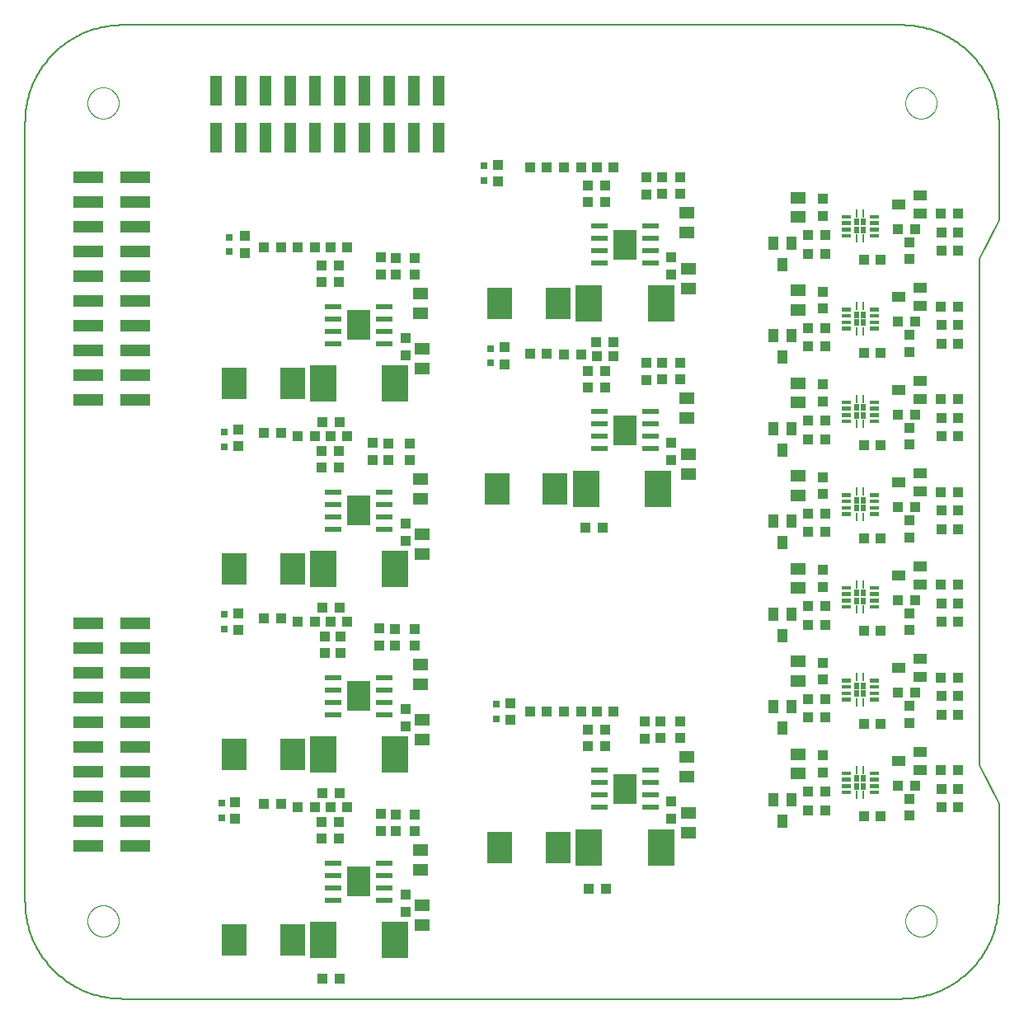
<source format=gtp>
G04 EAGLE Gerber RS-274X export*
G75*
%MOMM*%
%FSLAX34Y34*%
%LPD*%
%INSolder paste top*%
%IPPOS*%
%AMOC8*
5,1,8,0,0,1.08239X$1,22.5*%
G01*
%ADD10C,0.152400*%
%ADD11C,0.000000*%
%ADD12R,1.778000X0.609600*%
%ADD13R,2.400000X3.100000*%
%ADD14R,1.100000X1.000000*%
%ADD15R,1.080000X1.050000*%
%ADD16R,1.600000X1.300000*%
%ADD17R,1.050000X1.080000*%
%ADD18R,1.000000X1.100000*%
%ADD19R,2.800000X3.800000*%
%ADD20R,2.500000X3.250000*%
%ADD21R,0.510534X0.639928*%
%ADD22R,0.509934X0.639934*%
%ADD23R,0.510059X0.640072*%
%ADD24R,0.509938X0.640559*%
%ADD25C,0.026400*%
%ADD26R,0.230000X0.825000*%
%ADD27R,1.000000X1.400000*%
%ADD28R,1.400000X1.000000*%
%ADD29R,0.800000X0.800000*%
%ADD30R,3.048000X1.270000*%
%ADD31R,1.270000X3.048000*%


D10*
X0Y100000D02*
X0Y900000D01*
X100000Y1000000D02*
X900000Y1000000D01*
X1000000Y900000D02*
X1000000Y800000D01*
X1000000Y200000D02*
X1000000Y100000D01*
X900000Y0D02*
X100000Y0D01*
X0Y900000D02*
X29Y902416D01*
X117Y904831D01*
X263Y907243D01*
X467Y909651D01*
X729Y912054D01*
X1049Y914449D01*
X1427Y916836D01*
X1863Y919213D01*
X2356Y921578D01*
X2906Y923932D01*
X3512Y926271D01*
X4175Y928595D01*
X4894Y930902D01*
X5669Y933191D01*
X6498Y935460D01*
X7383Y937709D01*
X8321Y939936D01*
X9313Y942140D01*
X10357Y944319D01*
X11454Y946472D01*
X12603Y948598D01*
X13803Y950696D01*
X15053Y952764D01*
X16353Y954801D01*
X17702Y956806D01*
X19098Y958779D01*
X20542Y960716D01*
X22033Y962619D01*
X23568Y964484D01*
X25149Y966312D01*
X26773Y968102D01*
X28440Y969851D01*
X30149Y971560D01*
X31898Y973227D01*
X33688Y974851D01*
X35516Y976432D01*
X37381Y977967D01*
X39284Y979458D01*
X41221Y980902D01*
X43194Y982298D01*
X45199Y983647D01*
X47236Y984947D01*
X49304Y986197D01*
X51402Y987397D01*
X53528Y988546D01*
X55681Y989643D01*
X57860Y990687D01*
X60064Y991679D01*
X62291Y992617D01*
X64540Y993502D01*
X66809Y994331D01*
X69098Y995106D01*
X71405Y995825D01*
X73729Y996488D01*
X76068Y997094D01*
X78422Y997644D01*
X80787Y998137D01*
X83164Y998573D01*
X85551Y998951D01*
X87946Y999271D01*
X90349Y999533D01*
X92757Y999737D01*
X95169Y999883D01*
X97584Y999971D01*
X100000Y1000000D01*
X900000Y1000000D02*
X902416Y999971D01*
X904831Y999883D01*
X907243Y999737D01*
X909651Y999533D01*
X912054Y999271D01*
X914449Y998951D01*
X916836Y998573D01*
X919213Y998137D01*
X921578Y997644D01*
X923932Y997094D01*
X926271Y996488D01*
X928595Y995825D01*
X930902Y995106D01*
X933191Y994331D01*
X935460Y993502D01*
X937709Y992617D01*
X939936Y991679D01*
X942140Y990687D01*
X944319Y989643D01*
X946472Y988546D01*
X948598Y987397D01*
X950696Y986197D01*
X952764Y984947D01*
X954801Y983647D01*
X956806Y982298D01*
X958779Y980902D01*
X960716Y979458D01*
X962619Y977967D01*
X964484Y976432D01*
X966312Y974851D01*
X968102Y973227D01*
X969851Y971560D01*
X971560Y969851D01*
X973227Y968102D01*
X974851Y966312D01*
X976432Y964484D01*
X977967Y962619D01*
X979458Y960716D01*
X980902Y958779D01*
X982298Y956806D01*
X983647Y954801D01*
X984947Y952764D01*
X986197Y950696D01*
X987397Y948598D01*
X988546Y946472D01*
X989643Y944319D01*
X990687Y942140D01*
X991679Y939936D01*
X992617Y937709D01*
X993502Y935460D01*
X994331Y933191D01*
X995106Y930902D01*
X995825Y928595D01*
X996488Y926271D01*
X997094Y923932D01*
X997644Y921578D01*
X998137Y919213D01*
X998573Y916836D01*
X998951Y914449D01*
X999271Y912054D01*
X999533Y909651D01*
X999737Y907243D01*
X999883Y904831D01*
X999971Y902416D01*
X1000000Y900000D01*
X1000000Y100000D02*
X999971Y97584D01*
X999883Y95169D01*
X999737Y92757D01*
X999533Y90349D01*
X999271Y87946D01*
X998951Y85551D01*
X998573Y83164D01*
X998137Y80787D01*
X997644Y78422D01*
X997094Y76068D01*
X996488Y73729D01*
X995825Y71405D01*
X995106Y69098D01*
X994331Y66809D01*
X993502Y64540D01*
X992617Y62291D01*
X991679Y60064D01*
X990687Y57860D01*
X989643Y55681D01*
X988546Y53528D01*
X987397Y51402D01*
X986197Y49304D01*
X984947Y47236D01*
X983647Y45199D01*
X982298Y43194D01*
X980902Y41221D01*
X979458Y39284D01*
X977967Y37381D01*
X976432Y35516D01*
X974851Y33688D01*
X973227Y31898D01*
X971560Y30149D01*
X969851Y28440D01*
X968102Y26773D01*
X966312Y25149D01*
X964484Y23568D01*
X962619Y22033D01*
X960716Y20542D01*
X958779Y19098D01*
X956806Y17702D01*
X954801Y16353D01*
X952764Y15053D01*
X950696Y13803D01*
X948598Y12603D01*
X946472Y11454D01*
X944319Y10357D01*
X942140Y9313D01*
X939936Y8321D01*
X937709Y7383D01*
X935460Y6498D01*
X933191Y5669D01*
X930902Y4894D01*
X928595Y4175D01*
X926271Y3512D01*
X923932Y2906D01*
X921578Y2356D01*
X919213Y1863D01*
X916836Y1427D01*
X914449Y1049D01*
X912054Y729D01*
X909651Y467D01*
X907243Y263D01*
X904831Y117D01*
X902416Y29D01*
X900000Y0D01*
X100000Y0D02*
X97584Y29D01*
X95169Y117D01*
X92757Y263D01*
X90349Y467D01*
X87946Y729D01*
X85551Y1049D01*
X83164Y1427D01*
X80787Y1863D01*
X78422Y2356D01*
X76068Y2906D01*
X73729Y3512D01*
X71405Y4175D01*
X69098Y4894D01*
X66809Y5669D01*
X64540Y6498D01*
X62291Y7383D01*
X60064Y8321D01*
X57860Y9313D01*
X55681Y10357D01*
X53528Y11454D01*
X51402Y12603D01*
X49304Y13803D01*
X47236Y15053D01*
X45199Y16353D01*
X43194Y17702D01*
X41221Y19098D01*
X39284Y20542D01*
X37381Y22033D01*
X35516Y23568D01*
X33688Y25149D01*
X31898Y26773D01*
X30149Y28440D01*
X28440Y30149D01*
X26773Y31898D01*
X25149Y33688D01*
X23568Y35516D01*
X22033Y37381D01*
X20542Y39284D01*
X19098Y41221D01*
X17702Y43194D01*
X16353Y45199D01*
X15053Y47236D01*
X13803Y49304D01*
X12603Y51402D01*
X11454Y53528D01*
X10357Y55681D01*
X9313Y57860D01*
X8321Y60064D01*
X7383Y62291D01*
X6498Y64540D01*
X5669Y66809D01*
X4894Y69098D01*
X4175Y71405D01*
X3512Y73729D01*
X2906Y76068D01*
X2356Y78422D01*
X1863Y80787D01*
X1427Y83164D01*
X1049Y85551D01*
X729Y87946D01*
X467Y90349D01*
X263Y92757D01*
X117Y95169D01*
X29Y97584D01*
X0Y100000D01*
X980000Y760000D02*
X1000000Y800000D01*
X980000Y760000D02*
X980000Y240000D01*
X1000000Y200000D01*
D11*
X64000Y920000D02*
X64005Y920393D01*
X64019Y920785D01*
X64043Y921177D01*
X64077Y921568D01*
X64120Y921959D01*
X64173Y922348D01*
X64236Y922735D01*
X64307Y923121D01*
X64389Y923506D01*
X64479Y923888D01*
X64580Y924267D01*
X64689Y924645D01*
X64808Y925019D01*
X64935Y925390D01*
X65072Y925758D01*
X65218Y926123D01*
X65373Y926484D01*
X65536Y926841D01*
X65708Y927194D01*
X65889Y927542D01*
X66079Y927886D01*
X66276Y928226D01*
X66482Y928560D01*
X66696Y928889D01*
X66919Y929213D01*
X67149Y929531D01*
X67386Y929844D01*
X67632Y930150D01*
X67885Y930451D01*
X68145Y930745D01*
X68412Y931033D01*
X68686Y931314D01*
X68967Y931588D01*
X69255Y931855D01*
X69549Y932115D01*
X69850Y932368D01*
X70156Y932614D01*
X70469Y932851D01*
X70787Y933081D01*
X71111Y933304D01*
X71440Y933518D01*
X71774Y933724D01*
X72114Y933921D01*
X72458Y934111D01*
X72806Y934292D01*
X73159Y934464D01*
X73516Y934627D01*
X73877Y934782D01*
X74242Y934928D01*
X74610Y935065D01*
X74981Y935192D01*
X75355Y935311D01*
X75733Y935420D01*
X76112Y935521D01*
X76494Y935611D01*
X76879Y935693D01*
X77265Y935764D01*
X77652Y935827D01*
X78041Y935880D01*
X78432Y935923D01*
X78823Y935957D01*
X79215Y935981D01*
X79607Y935995D01*
X80000Y936000D01*
X80393Y935995D01*
X80785Y935981D01*
X81177Y935957D01*
X81568Y935923D01*
X81959Y935880D01*
X82348Y935827D01*
X82735Y935764D01*
X83121Y935693D01*
X83506Y935611D01*
X83888Y935521D01*
X84267Y935420D01*
X84645Y935311D01*
X85019Y935192D01*
X85390Y935065D01*
X85758Y934928D01*
X86123Y934782D01*
X86484Y934627D01*
X86841Y934464D01*
X87194Y934292D01*
X87542Y934111D01*
X87886Y933921D01*
X88226Y933724D01*
X88560Y933518D01*
X88889Y933304D01*
X89213Y933081D01*
X89531Y932851D01*
X89844Y932614D01*
X90150Y932368D01*
X90451Y932115D01*
X90745Y931855D01*
X91033Y931588D01*
X91314Y931314D01*
X91588Y931033D01*
X91855Y930745D01*
X92115Y930451D01*
X92368Y930150D01*
X92614Y929844D01*
X92851Y929531D01*
X93081Y929213D01*
X93304Y928889D01*
X93518Y928560D01*
X93724Y928226D01*
X93921Y927886D01*
X94111Y927542D01*
X94292Y927194D01*
X94464Y926841D01*
X94627Y926484D01*
X94782Y926123D01*
X94928Y925758D01*
X95065Y925390D01*
X95192Y925019D01*
X95311Y924645D01*
X95420Y924267D01*
X95521Y923888D01*
X95611Y923506D01*
X95693Y923121D01*
X95764Y922735D01*
X95827Y922348D01*
X95880Y921959D01*
X95923Y921568D01*
X95957Y921177D01*
X95981Y920785D01*
X95995Y920393D01*
X96000Y920000D01*
X95995Y919607D01*
X95981Y919215D01*
X95957Y918823D01*
X95923Y918432D01*
X95880Y918041D01*
X95827Y917652D01*
X95764Y917265D01*
X95693Y916879D01*
X95611Y916494D01*
X95521Y916112D01*
X95420Y915733D01*
X95311Y915355D01*
X95192Y914981D01*
X95065Y914610D01*
X94928Y914242D01*
X94782Y913877D01*
X94627Y913516D01*
X94464Y913159D01*
X94292Y912806D01*
X94111Y912458D01*
X93921Y912114D01*
X93724Y911774D01*
X93518Y911440D01*
X93304Y911111D01*
X93081Y910787D01*
X92851Y910469D01*
X92614Y910156D01*
X92368Y909850D01*
X92115Y909549D01*
X91855Y909255D01*
X91588Y908967D01*
X91314Y908686D01*
X91033Y908412D01*
X90745Y908145D01*
X90451Y907885D01*
X90150Y907632D01*
X89844Y907386D01*
X89531Y907149D01*
X89213Y906919D01*
X88889Y906696D01*
X88560Y906482D01*
X88226Y906276D01*
X87886Y906079D01*
X87542Y905889D01*
X87194Y905708D01*
X86841Y905536D01*
X86484Y905373D01*
X86123Y905218D01*
X85758Y905072D01*
X85390Y904935D01*
X85019Y904808D01*
X84645Y904689D01*
X84267Y904580D01*
X83888Y904479D01*
X83506Y904389D01*
X83121Y904307D01*
X82735Y904236D01*
X82348Y904173D01*
X81959Y904120D01*
X81568Y904077D01*
X81177Y904043D01*
X80785Y904019D01*
X80393Y904005D01*
X80000Y904000D01*
X79607Y904005D01*
X79215Y904019D01*
X78823Y904043D01*
X78432Y904077D01*
X78041Y904120D01*
X77652Y904173D01*
X77265Y904236D01*
X76879Y904307D01*
X76494Y904389D01*
X76112Y904479D01*
X75733Y904580D01*
X75355Y904689D01*
X74981Y904808D01*
X74610Y904935D01*
X74242Y905072D01*
X73877Y905218D01*
X73516Y905373D01*
X73159Y905536D01*
X72806Y905708D01*
X72458Y905889D01*
X72114Y906079D01*
X71774Y906276D01*
X71440Y906482D01*
X71111Y906696D01*
X70787Y906919D01*
X70469Y907149D01*
X70156Y907386D01*
X69850Y907632D01*
X69549Y907885D01*
X69255Y908145D01*
X68967Y908412D01*
X68686Y908686D01*
X68412Y908967D01*
X68145Y909255D01*
X67885Y909549D01*
X67632Y909850D01*
X67386Y910156D01*
X67149Y910469D01*
X66919Y910787D01*
X66696Y911111D01*
X66482Y911440D01*
X66276Y911774D01*
X66079Y912114D01*
X65889Y912458D01*
X65708Y912806D01*
X65536Y913159D01*
X65373Y913516D01*
X65218Y913877D01*
X65072Y914242D01*
X64935Y914610D01*
X64808Y914981D01*
X64689Y915355D01*
X64580Y915733D01*
X64479Y916112D01*
X64389Y916494D01*
X64307Y916879D01*
X64236Y917265D01*
X64173Y917652D01*
X64120Y918041D01*
X64077Y918432D01*
X64043Y918823D01*
X64019Y919215D01*
X64005Y919607D01*
X64000Y920000D01*
X64000Y80000D02*
X64005Y80393D01*
X64019Y80785D01*
X64043Y81177D01*
X64077Y81568D01*
X64120Y81959D01*
X64173Y82348D01*
X64236Y82735D01*
X64307Y83121D01*
X64389Y83506D01*
X64479Y83888D01*
X64580Y84267D01*
X64689Y84645D01*
X64808Y85019D01*
X64935Y85390D01*
X65072Y85758D01*
X65218Y86123D01*
X65373Y86484D01*
X65536Y86841D01*
X65708Y87194D01*
X65889Y87542D01*
X66079Y87886D01*
X66276Y88226D01*
X66482Y88560D01*
X66696Y88889D01*
X66919Y89213D01*
X67149Y89531D01*
X67386Y89844D01*
X67632Y90150D01*
X67885Y90451D01*
X68145Y90745D01*
X68412Y91033D01*
X68686Y91314D01*
X68967Y91588D01*
X69255Y91855D01*
X69549Y92115D01*
X69850Y92368D01*
X70156Y92614D01*
X70469Y92851D01*
X70787Y93081D01*
X71111Y93304D01*
X71440Y93518D01*
X71774Y93724D01*
X72114Y93921D01*
X72458Y94111D01*
X72806Y94292D01*
X73159Y94464D01*
X73516Y94627D01*
X73877Y94782D01*
X74242Y94928D01*
X74610Y95065D01*
X74981Y95192D01*
X75355Y95311D01*
X75733Y95420D01*
X76112Y95521D01*
X76494Y95611D01*
X76879Y95693D01*
X77265Y95764D01*
X77652Y95827D01*
X78041Y95880D01*
X78432Y95923D01*
X78823Y95957D01*
X79215Y95981D01*
X79607Y95995D01*
X80000Y96000D01*
X80393Y95995D01*
X80785Y95981D01*
X81177Y95957D01*
X81568Y95923D01*
X81959Y95880D01*
X82348Y95827D01*
X82735Y95764D01*
X83121Y95693D01*
X83506Y95611D01*
X83888Y95521D01*
X84267Y95420D01*
X84645Y95311D01*
X85019Y95192D01*
X85390Y95065D01*
X85758Y94928D01*
X86123Y94782D01*
X86484Y94627D01*
X86841Y94464D01*
X87194Y94292D01*
X87542Y94111D01*
X87886Y93921D01*
X88226Y93724D01*
X88560Y93518D01*
X88889Y93304D01*
X89213Y93081D01*
X89531Y92851D01*
X89844Y92614D01*
X90150Y92368D01*
X90451Y92115D01*
X90745Y91855D01*
X91033Y91588D01*
X91314Y91314D01*
X91588Y91033D01*
X91855Y90745D01*
X92115Y90451D01*
X92368Y90150D01*
X92614Y89844D01*
X92851Y89531D01*
X93081Y89213D01*
X93304Y88889D01*
X93518Y88560D01*
X93724Y88226D01*
X93921Y87886D01*
X94111Y87542D01*
X94292Y87194D01*
X94464Y86841D01*
X94627Y86484D01*
X94782Y86123D01*
X94928Y85758D01*
X95065Y85390D01*
X95192Y85019D01*
X95311Y84645D01*
X95420Y84267D01*
X95521Y83888D01*
X95611Y83506D01*
X95693Y83121D01*
X95764Y82735D01*
X95827Y82348D01*
X95880Y81959D01*
X95923Y81568D01*
X95957Y81177D01*
X95981Y80785D01*
X95995Y80393D01*
X96000Y80000D01*
X95995Y79607D01*
X95981Y79215D01*
X95957Y78823D01*
X95923Y78432D01*
X95880Y78041D01*
X95827Y77652D01*
X95764Y77265D01*
X95693Y76879D01*
X95611Y76494D01*
X95521Y76112D01*
X95420Y75733D01*
X95311Y75355D01*
X95192Y74981D01*
X95065Y74610D01*
X94928Y74242D01*
X94782Y73877D01*
X94627Y73516D01*
X94464Y73159D01*
X94292Y72806D01*
X94111Y72458D01*
X93921Y72114D01*
X93724Y71774D01*
X93518Y71440D01*
X93304Y71111D01*
X93081Y70787D01*
X92851Y70469D01*
X92614Y70156D01*
X92368Y69850D01*
X92115Y69549D01*
X91855Y69255D01*
X91588Y68967D01*
X91314Y68686D01*
X91033Y68412D01*
X90745Y68145D01*
X90451Y67885D01*
X90150Y67632D01*
X89844Y67386D01*
X89531Y67149D01*
X89213Y66919D01*
X88889Y66696D01*
X88560Y66482D01*
X88226Y66276D01*
X87886Y66079D01*
X87542Y65889D01*
X87194Y65708D01*
X86841Y65536D01*
X86484Y65373D01*
X86123Y65218D01*
X85758Y65072D01*
X85390Y64935D01*
X85019Y64808D01*
X84645Y64689D01*
X84267Y64580D01*
X83888Y64479D01*
X83506Y64389D01*
X83121Y64307D01*
X82735Y64236D01*
X82348Y64173D01*
X81959Y64120D01*
X81568Y64077D01*
X81177Y64043D01*
X80785Y64019D01*
X80393Y64005D01*
X80000Y64000D01*
X79607Y64005D01*
X79215Y64019D01*
X78823Y64043D01*
X78432Y64077D01*
X78041Y64120D01*
X77652Y64173D01*
X77265Y64236D01*
X76879Y64307D01*
X76494Y64389D01*
X76112Y64479D01*
X75733Y64580D01*
X75355Y64689D01*
X74981Y64808D01*
X74610Y64935D01*
X74242Y65072D01*
X73877Y65218D01*
X73516Y65373D01*
X73159Y65536D01*
X72806Y65708D01*
X72458Y65889D01*
X72114Y66079D01*
X71774Y66276D01*
X71440Y66482D01*
X71111Y66696D01*
X70787Y66919D01*
X70469Y67149D01*
X70156Y67386D01*
X69850Y67632D01*
X69549Y67885D01*
X69255Y68145D01*
X68967Y68412D01*
X68686Y68686D01*
X68412Y68967D01*
X68145Y69255D01*
X67885Y69549D01*
X67632Y69850D01*
X67386Y70156D01*
X67149Y70469D01*
X66919Y70787D01*
X66696Y71111D01*
X66482Y71440D01*
X66276Y71774D01*
X66079Y72114D01*
X65889Y72458D01*
X65708Y72806D01*
X65536Y73159D01*
X65373Y73516D01*
X65218Y73877D01*
X65072Y74242D01*
X64935Y74610D01*
X64808Y74981D01*
X64689Y75355D01*
X64580Y75733D01*
X64479Y76112D01*
X64389Y76494D01*
X64307Y76879D01*
X64236Y77265D01*
X64173Y77652D01*
X64120Y78041D01*
X64077Y78432D01*
X64043Y78823D01*
X64019Y79215D01*
X64005Y79607D01*
X64000Y80000D01*
X904000Y80000D02*
X904005Y80393D01*
X904019Y80785D01*
X904043Y81177D01*
X904077Y81568D01*
X904120Y81959D01*
X904173Y82348D01*
X904236Y82735D01*
X904307Y83121D01*
X904389Y83506D01*
X904479Y83888D01*
X904580Y84267D01*
X904689Y84645D01*
X904808Y85019D01*
X904935Y85390D01*
X905072Y85758D01*
X905218Y86123D01*
X905373Y86484D01*
X905536Y86841D01*
X905708Y87194D01*
X905889Y87542D01*
X906079Y87886D01*
X906276Y88226D01*
X906482Y88560D01*
X906696Y88889D01*
X906919Y89213D01*
X907149Y89531D01*
X907386Y89844D01*
X907632Y90150D01*
X907885Y90451D01*
X908145Y90745D01*
X908412Y91033D01*
X908686Y91314D01*
X908967Y91588D01*
X909255Y91855D01*
X909549Y92115D01*
X909850Y92368D01*
X910156Y92614D01*
X910469Y92851D01*
X910787Y93081D01*
X911111Y93304D01*
X911440Y93518D01*
X911774Y93724D01*
X912114Y93921D01*
X912458Y94111D01*
X912806Y94292D01*
X913159Y94464D01*
X913516Y94627D01*
X913877Y94782D01*
X914242Y94928D01*
X914610Y95065D01*
X914981Y95192D01*
X915355Y95311D01*
X915733Y95420D01*
X916112Y95521D01*
X916494Y95611D01*
X916879Y95693D01*
X917265Y95764D01*
X917652Y95827D01*
X918041Y95880D01*
X918432Y95923D01*
X918823Y95957D01*
X919215Y95981D01*
X919607Y95995D01*
X920000Y96000D01*
X920393Y95995D01*
X920785Y95981D01*
X921177Y95957D01*
X921568Y95923D01*
X921959Y95880D01*
X922348Y95827D01*
X922735Y95764D01*
X923121Y95693D01*
X923506Y95611D01*
X923888Y95521D01*
X924267Y95420D01*
X924645Y95311D01*
X925019Y95192D01*
X925390Y95065D01*
X925758Y94928D01*
X926123Y94782D01*
X926484Y94627D01*
X926841Y94464D01*
X927194Y94292D01*
X927542Y94111D01*
X927886Y93921D01*
X928226Y93724D01*
X928560Y93518D01*
X928889Y93304D01*
X929213Y93081D01*
X929531Y92851D01*
X929844Y92614D01*
X930150Y92368D01*
X930451Y92115D01*
X930745Y91855D01*
X931033Y91588D01*
X931314Y91314D01*
X931588Y91033D01*
X931855Y90745D01*
X932115Y90451D01*
X932368Y90150D01*
X932614Y89844D01*
X932851Y89531D01*
X933081Y89213D01*
X933304Y88889D01*
X933518Y88560D01*
X933724Y88226D01*
X933921Y87886D01*
X934111Y87542D01*
X934292Y87194D01*
X934464Y86841D01*
X934627Y86484D01*
X934782Y86123D01*
X934928Y85758D01*
X935065Y85390D01*
X935192Y85019D01*
X935311Y84645D01*
X935420Y84267D01*
X935521Y83888D01*
X935611Y83506D01*
X935693Y83121D01*
X935764Y82735D01*
X935827Y82348D01*
X935880Y81959D01*
X935923Y81568D01*
X935957Y81177D01*
X935981Y80785D01*
X935995Y80393D01*
X936000Y80000D01*
X935995Y79607D01*
X935981Y79215D01*
X935957Y78823D01*
X935923Y78432D01*
X935880Y78041D01*
X935827Y77652D01*
X935764Y77265D01*
X935693Y76879D01*
X935611Y76494D01*
X935521Y76112D01*
X935420Y75733D01*
X935311Y75355D01*
X935192Y74981D01*
X935065Y74610D01*
X934928Y74242D01*
X934782Y73877D01*
X934627Y73516D01*
X934464Y73159D01*
X934292Y72806D01*
X934111Y72458D01*
X933921Y72114D01*
X933724Y71774D01*
X933518Y71440D01*
X933304Y71111D01*
X933081Y70787D01*
X932851Y70469D01*
X932614Y70156D01*
X932368Y69850D01*
X932115Y69549D01*
X931855Y69255D01*
X931588Y68967D01*
X931314Y68686D01*
X931033Y68412D01*
X930745Y68145D01*
X930451Y67885D01*
X930150Y67632D01*
X929844Y67386D01*
X929531Y67149D01*
X929213Y66919D01*
X928889Y66696D01*
X928560Y66482D01*
X928226Y66276D01*
X927886Y66079D01*
X927542Y65889D01*
X927194Y65708D01*
X926841Y65536D01*
X926484Y65373D01*
X926123Y65218D01*
X925758Y65072D01*
X925390Y64935D01*
X925019Y64808D01*
X924645Y64689D01*
X924267Y64580D01*
X923888Y64479D01*
X923506Y64389D01*
X923121Y64307D01*
X922735Y64236D01*
X922348Y64173D01*
X921959Y64120D01*
X921568Y64077D01*
X921177Y64043D01*
X920785Y64019D01*
X920393Y64005D01*
X920000Y64000D01*
X919607Y64005D01*
X919215Y64019D01*
X918823Y64043D01*
X918432Y64077D01*
X918041Y64120D01*
X917652Y64173D01*
X917265Y64236D01*
X916879Y64307D01*
X916494Y64389D01*
X916112Y64479D01*
X915733Y64580D01*
X915355Y64689D01*
X914981Y64808D01*
X914610Y64935D01*
X914242Y65072D01*
X913877Y65218D01*
X913516Y65373D01*
X913159Y65536D01*
X912806Y65708D01*
X912458Y65889D01*
X912114Y66079D01*
X911774Y66276D01*
X911440Y66482D01*
X911111Y66696D01*
X910787Y66919D01*
X910469Y67149D01*
X910156Y67386D01*
X909850Y67632D01*
X909549Y67885D01*
X909255Y68145D01*
X908967Y68412D01*
X908686Y68686D01*
X908412Y68967D01*
X908145Y69255D01*
X907885Y69549D01*
X907632Y69850D01*
X907386Y70156D01*
X907149Y70469D01*
X906919Y70787D01*
X906696Y71111D01*
X906482Y71440D01*
X906276Y71774D01*
X906079Y72114D01*
X905889Y72458D01*
X905708Y72806D01*
X905536Y73159D01*
X905373Y73516D01*
X905218Y73877D01*
X905072Y74242D01*
X904935Y74610D01*
X904808Y74981D01*
X904689Y75355D01*
X904580Y75733D01*
X904479Y76112D01*
X904389Y76494D01*
X904307Y76879D01*
X904236Y77265D01*
X904173Y77652D01*
X904120Y78041D01*
X904077Y78432D01*
X904043Y78823D01*
X904019Y79215D01*
X904005Y79607D01*
X904000Y80000D01*
X904000Y920000D02*
X904005Y920393D01*
X904019Y920785D01*
X904043Y921177D01*
X904077Y921568D01*
X904120Y921959D01*
X904173Y922348D01*
X904236Y922735D01*
X904307Y923121D01*
X904389Y923506D01*
X904479Y923888D01*
X904580Y924267D01*
X904689Y924645D01*
X904808Y925019D01*
X904935Y925390D01*
X905072Y925758D01*
X905218Y926123D01*
X905373Y926484D01*
X905536Y926841D01*
X905708Y927194D01*
X905889Y927542D01*
X906079Y927886D01*
X906276Y928226D01*
X906482Y928560D01*
X906696Y928889D01*
X906919Y929213D01*
X907149Y929531D01*
X907386Y929844D01*
X907632Y930150D01*
X907885Y930451D01*
X908145Y930745D01*
X908412Y931033D01*
X908686Y931314D01*
X908967Y931588D01*
X909255Y931855D01*
X909549Y932115D01*
X909850Y932368D01*
X910156Y932614D01*
X910469Y932851D01*
X910787Y933081D01*
X911111Y933304D01*
X911440Y933518D01*
X911774Y933724D01*
X912114Y933921D01*
X912458Y934111D01*
X912806Y934292D01*
X913159Y934464D01*
X913516Y934627D01*
X913877Y934782D01*
X914242Y934928D01*
X914610Y935065D01*
X914981Y935192D01*
X915355Y935311D01*
X915733Y935420D01*
X916112Y935521D01*
X916494Y935611D01*
X916879Y935693D01*
X917265Y935764D01*
X917652Y935827D01*
X918041Y935880D01*
X918432Y935923D01*
X918823Y935957D01*
X919215Y935981D01*
X919607Y935995D01*
X920000Y936000D01*
X920393Y935995D01*
X920785Y935981D01*
X921177Y935957D01*
X921568Y935923D01*
X921959Y935880D01*
X922348Y935827D01*
X922735Y935764D01*
X923121Y935693D01*
X923506Y935611D01*
X923888Y935521D01*
X924267Y935420D01*
X924645Y935311D01*
X925019Y935192D01*
X925390Y935065D01*
X925758Y934928D01*
X926123Y934782D01*
X926484Y934627D01*
X926841Y934464D01*
X927194Y934292D01*
X927542Y934111D01*
X927886Y933921D01*
X928226Y933724D01*
X928560Y933518D01*
X928889Y933304D01*
X929213Y933081D01*
X929531Y932851D01*
X929844Y932614D01*
X930150Y932368D01*
X930451Y932115D01*
X930745Y931855D01*
X931033Y931588D01*
X931314Y931314D01*
X931588Y931033D01*
X931855Y930745D01*
X932115Y930451D01*
X932368Y930150D01*
X932614Y929844D01*
X932851Y929531D01*
X933081Y929213D01*
X933304Y928889D01*
X933518Y928560D01*
X933724Y928226D01*
X933921Y927886D01*
X934111Y927542D01*
X934292Y927194D01*
X934464Y926841D01*
X934627Y926484D01*
X934782Y926123D01*
X934928Y925758D01*
X935065Y925390D01*
X935192Y925019D01*
X935311Y924645D01*
X935420Y924267D01*
X935521Y923888D01*
X935611Y923506D01*
X935693Y923121D01*
X935764Y922735D01*
X935827Y922348D01*
X935880Y921959D01*
X935923Y921568D01*
X935957Y921177D01*
X935981Y920785D01*
X935995Y920393D01*
X936000Y920000D01*
X935995Y919607D01*
X935981Y919215D01*
X935957Y918823D01*
X935923Y918432D01*
X935880Y918041D01*
X935827Y917652D01*
X935764Y917265D01*
X935693Y916879D01*
X935611Y916494D01*
X935521Y916112D01*
X935420Y915733D01*
X935311Y915355D01*
X935192Y914981D01*
X935065Y914610D01*
X934928Y914242D01*
X934782Y913877D01*
X934627Y913516D01*
X934464Y913159D01*
X934292Y912806D01*
X934111Y912458D01*
X933921Y912114D01*
X933724Y911774D01*
X933518Y911440D01*
X933304Y911111D01*
X933081Y910787D01*
X932851Y910469D01*
X932614Y910156D01*
X932368Y909850D01*
X932115Y909549D01*
X931855Y909255D01*
X931588Y908967D01*
X931314Y908686D01*
X931033Y908412D01*
X930745Y908145D01*
X930451Y907885D01*
X930150Y907632D01*
X929844Y907386D01*
X929531Y907149D01*
X929213Y906919D01*
X928889Y906696D01*
X928560Y906482D01*
X928226Y906276D01*
X927886Y906079D01*
X927542Y905889D01*
X927194Y905708D01*
X926841Y905536D01*
X926484Y905373D01*
X926123Y905218D01*
X925758Y905072D01*
X925390Y904935D01*
X925019Y904808D01*
X924645Y904689D01*
X924267Y904580D01*
X923888Y904479D01*
X923506Y904389D01*
X923121Y904307D01*
X922735Y904236D01*
X922348Y904173D01*
X921959Y904120D01*
X921568Y904077D01*
X921177Y904043D01*
X920785Y904019D01*
X920393Y904005D01*
X920000Y904000D01*
X919607Y904005D01*
X919215Y904019D01*
X918823Y904043D01*
X918432Y904077D01*
X918041Y904120D01*
X917652Y904173D01*
X917265Y904236D01*
X916879Y904307D01*
X916494Y904389D01*
X916112Y904479D01*
X915733Y904580D01*
X915355Y904689D01*
X914981Y904808D01*
X914610Y904935D01*
X914242Y905072D01*
X913877Y905218D01*
X913516Y905373D01*
X913159Y905536D01*
X912806Y905708D01*
X912458Y905889D01*
X912114Y906079D01*
X911774Y906276D01*
X911440Y906482D01*
X911111Y906696D01*
X910787Y906919D01*
X910469Y907149D01*
X910156Y907386D01*
X909850Y907632D01*
X909549Y907885D01*
X909255Y908145D01*
X908967Y908412D01*
X908686Y908686D01*
X908412Y908967D01*
X908145Y909255D01*
X907885Y909549D01*
X907632Y909850D01*
X907386Y910156D01*
X907149Y910469D01*
X906919Y910787D01*
X906696Y911111D01*
X906482Y911440D01*
X906276Y911774D01*
X906079Y912114D01*
X905889Y912458D01*
X905708Y912806D01*
X905536Y913159D01*
X905373Y913516D01*
X905218Y913877D01*
X905072Y914242D01*
X904935Y914610D01*
X904808Y914981D01*
X904689Y915355D01*
X904580Y915733D01*
X904479Y916112D01*
X904389Y916494D01*
X904307Y916879D01*
X904236Y917265D01*
X904173Y917652D01*
X904120Y918041D01*
X904077Y918432D01*
X904043Y918823D01*
X904019Y919215D01*
X904005Y919607D01*
X904000Y920000D01*
D12*
X369146Y673100D03*
X369146Y685800D03*
X369146Y698500D03*
X369146Y711200D03*
X316654Y711200D03*
X316654Y698500D03*
X316654Y685800D03*
X316654Y673100D03*
D13*
X342900Y692150D03*
D14*
X381000Y743975D03*
X381000Y760975D03*
X400050Y760975D03*
X400050Y743975D03*
X304800Y736038D03*
X304800Y753038D03*
X322263Y753038D03*
X322263Y736038D03*
D15*
X365125Y743725D03*
X365125Y761225D03*
D16*
X406400Y704375D03*
X406400Y724375D03*
X407988Y667225D03*
X407988Y647225D03*
D15*
X390525Y678675D03*
X390525Y661175D03*
D17*
X280175Y771525D03*
X297675Y771525D03*
X262750Y771525D03*
X245250Y771525D03*
D18*
X313763Y771525D03*
X330763Y771525D03*
D19*
X305900Y631825D03*
X379900Y631825D03*
D17*
X323075Y592138D03*
X305575Y592138D03*
D20*
X274475Y631825D03*
X214475Y631825D03*
D21*
X860603Y694500D03*
D22*
X853900Y694500D03*
D23*
X860600Y702500D03*
D24*
X853900Y702503D03*
D25*
X867432Y690268D02*
X875768Y690268D01*
X875768Y687232D01*
X867432Y687232D01*
X867432Y690268D01*
X867432Y687483D02*
X875768Y687483D01*
X875768Y687734D02*
X867432Y687734D01*
X867432Y687985D02*
X875768Y687985D01*
X875768Y688236D02*
X867432Y688236D01*
X867432Y688487D02*
X875768Y688487D01*
X875768Y688738D02*
X867432Y688738D01*
X867432Y688989D02*
X875768Y688989D01*
X875768Y689240D02*
X867432Y689240D01*
X867432Y689491D02*
X875768Y689491D01*
X875768Y689742D02*
X867432Y689742D01*
X867432Y689993D02*
X875768Y689993D01*
X875768Y690244D02*
X867432Y690244D01*
X867432Y696768D02*
X875768Y696768D01*
X875768Y693732D01*
X867432Y693732D01*
X867432Y696768D01*
X867432Y693983D02*
X875768Y693983D01*
X875768Y694234D02*
X867432Y694234D01*
X867432Y694485D02*
X875768Y694485D01*
X875768Y694736D02*
X867432Y694736D01*
X867432Y694987D02*
X875768Y694987D01*
X875768Y695238D02*
X867432Y695238D01*
X867432Y695489D02*
X875768Y695489D01*
X875768Y695740D02*
X867432Y695740D01*
X867432Y695991D02*
X875768Y695991D01*
X875768Y696242D02*
X867432Y696242D01*
X867432Y696493D02*
X875768Y696493D01*
X875768Y696744D02*
X867432Y696744D01*
X867432Y703268D02*
X875768Y703268D01*
X875768Y700232D01*
X867432Y700232D01*
X867432Y703268D01*
X867432Y700483D02*
X875768Y700483D01*
X875768Y700734D02*
X867432Y700734D01*
X867432Y700985D02*
X875768Y700985D01*
X875768Y701236D02*
X867432Y701236D01*
X867432Y701487D02*
X875768Y701487D01*
X875768Y701738D02*
X867432Y701738D01*
X867432Y701989D02*
X875768Y701989D01*
X875768Y702240D02*
X867432Y702240D01*
X867432Y702491D02*
X875768Y702491D01*
X875768Y702742D02*
X867432Y702742D01*
X867432Y702993D02*
X875768Y702993D01*
X875768Y703244D02*
X867432Y703244D01*
X867432Y709768D02*
X875768Y709768D01*
X875768Y706732D01*
X867432Y706732D01*
X867432Y709768D01*
X867432Y706983D02*
X875768Y706983D01*
X875768Y707234D02*
X867432Y707234D01*
X867432Y707485D02*
X875768Y707485D01*
X875768Y707736D02*
X867432Y707736D01*
X867432Y707987D02*
X875768Y707987D01*
X875768Y708238D02*
X867432Y708238D01*
X867432Y708489D02*
X875768Y708489D01*
X875768Y708740D02*
X867432Y708740D01*
X867432Y708991D02*
X875768Y708991D01*
X875768Y709242D02*
X867432Y709242D01*
X867432Y709493D02*
X875768Y709493D01*
X875768Y709744D02*
X867432Y709744D01*
X847068Y706732D02*
X838732Y706732D01*
X838732Y709768D01*
X847068Y709768D01*
X847068Y706732D01*
X847068Y706983D02*
X838732Y706983D01*
X838732Y707234D02*
X847068Y707234D01*
X847068Y707485D02*
X838732Y707485D01*
X838732Y707736D02*
X847068Y707736D01*
X847068Y707987D02*
X838732Y707987D01*
X838732Y708238D02*
X847068Y708238D01*
X847068Y708489D02*
X838732Y708489D01*
X838732Y708740D02*
X847068Y708740D01*
X847068Y708991D02*
X838732Y708991D01*
X838732Y709242D02*
X847068Y709242D01*
X847068Y709493D02*
X838732Y709493D01*
X838732Y709744D02*
X847068Y709744D01*
X847068Y700232D02*
X838732Y700232D01*
X838732Y703268D01*
X847068Y703268D01*
X847068Y700232D01*
X847068Y700483D02*
X838732Y700483D01*
X838732Y700734D02*
X847068Y700734D01*
X847068Y700985D02*
X838732Y700985D01*
X838732Y701236D02*
X847068Y701236D01*
X847068Y701487D02*
X838732Y701487D01*
X838732Y701738D02*
X847068Y701738D01*
X847068Y701989D02*
X838732Y701989D01*
X838732Y702240D02*
X847068Y702240D01*
X847068Y702491D02*
X838732Y702491D01*
X838732Y702742D02*
X847068Y702742D01*
X847068Y702993D02*
X838732Y702993D01*
X838732Y703244D02*
X847068Y703244D01*
X847068Y693732D02*
X838732Y693732D01*
X838732Y696768D01*
X847068Y696768D01*
X847068Y693732D01*
X847068Y693983D02*
X838732Y693983D01*
X838732Y694234D02*
X847068Y694234D01*
X847068Y694485D02*
X838732Y694485D01*
X838732Y694736D02*
X847068Y694736D01*
X847068Y694987D02*
X838732Y694987D01*
X838732Y695238D02*
X847068Y695238D01*
X847068Y695489D02*
X838732Y695489D01*
X838732Y695740D02*
X847068Y695740D01*
X847068Y695991D02*
X838732Y695991D01*
X838732Y696242D02*
X847068Y696242D01*
X847068Y696493D02*
X838732Y696493D01*
X838732Y696744D02*
X847068Y696744D01*
X847068Y687232D02*
X838732Y687232D01*
X838732Y690268D01*
X847068Y690268D01*
X847068Y687232D01*
X847068Y687483D02*
X838732Y687483D01*
X838732Y687734D02*
X847068Y687734D01*
X847068Y687985D02*
X838732Y687985D01*
X838732Y688236D02*
X847068Y688236D01*
X847068Y688487D02*
X838732Y688487D01*
X838732Y688738D02*
X847068Y688738D01*
X847068Y688989D02*
X838732Y688989D01*
X838732Y689240D02*
X847068Y689240D01*
X847068Y689491D02*
X838732Y689491D01*
X838732Y689742D02*
X847068Y689742D01*
X847068Y689993D02*
X838732Y689993D01*
X838732Y690244D02*
X847068Y690244D01*
D26*
X860500Y685625D03*
X854000Y685625D03*
X860500Y711375D03*
X854000Y711375D03*
D27*
X777875Y658925D03*
X768375Y680925D03*
X787375Y680925D03*
D18*
X821300Y688975D03*
X804300Y688975D03*
D16*
X793750Y707550D03*
X793750Y727550D03*
D18*
X804300Y669925D03*
X821300Y669925D03*
D28*
X897050Y720725D03*
X919050Y730225D03*
X919050Y711225D03*
D18*
X957825Y673100D03*
X940825Y673100D03*
D17*
X940575Y711200D03*
X958075Y711200D03*
X896125Y695325D03*
X913625Y695325D03*
D14*
X908050Y681600D03*
X908050Y664600D03*
X819150Y709050D03*
X819150Y726050D03*
D18*
X957825Y692150D03*
X940825Y692150D03*
D17*
X878700Y663575D03*
X861200Y663575D03*
D12*
X642196Y565150D03*
X642196Y577850D03*
X642196Y590550D03*
X642196Y603250D03*
X589704Y603250D03*
X589704Y590550D03*
X589704Y577850D03*
X589704Y565150D03*
D13*
X615950Y584200D03*
D14*
X654050Y636025D03*
X654050Y653025D03*
X673100Y653025D03*
X673100Y636025D03*
X577850Y628088D03*
X577850Y645088D03*
X595313Y645088D03*
X595313Y628088D03*
D15*
X638175Y635775D03*
X638175Y653275D03*
D16*
X679450Y596425D03*
X679450Y616425D03*
X681038Y559275D03*
X681038Y539275D03*
D15*
X663575Y570725D03*
X663575Y553225D03*
D17*
X553225Y661670D03*
X570725Y661670D03*
X535800Y662940D03*
X518300Y662940D03*
D18*
X586813Y660400D03*
X603813Y660400D03*
D19*
X575775Y523875D03*
X649775Y523875D03*
D17*
X592950Y484188D03*
X575450Y484188D03*
D20*
X544350Y523875D03*
X484350Y523875D03*
D21*
X860603Y599250D03*
D22*
X853900Y599250D03*
D23*
X860600Y607250D03*
D24*
X853900Y607253D03*
D25*
X867432Y595018D02*
X875768Y595018D01*
X875768Y591982D01*
X867432Y591982D01*
X867432Y595018D01*
X867432Y592233D02*
X875768Y592233D01*
X875768Y592484D02*
X867432Y592484D01*
X867432Y592735D02*
X875768Y592735D01*
X875768Y592986D02*
X867432Y592986D01*
X867432Y593237D02*
X875768Y593237D01*
X875768Y593488D02*
X867432Y593488D01*
X867432Y593739D02*
X875768Y593739D01*
X875768Y593990D02*
X867432Y593990D01*
X867432Y594241D02*
X875768Y594241D01*
X875768Y594492D02*
X867432Y594492D01*
X867432Y594743D02*
X875768Y594743D01*
X875768Y594994D02*
X867432Y594994D01*
X867432Y601518D02*
X875768Y601518D01*
X875768Y598482D01*
X867432Y598482D01*
X867432Y601518D01*
X867432Y598733D02*
X875768Y598733D01*
X875768Y598984D02*
X867432Y598984D01*
X867432Y599235D02*
X875768Y599235D01*
X875768Y599486D02*
X867432Y599486D01*
X867432Y599737D02*
X875768Y599737D01*
X875768Y599988D02*
X867432Y599988D01*
X867432Y600239D02*
X875768Y600239D01*
X875768Y600490D02*
X867432Y600490D01*
X867432Y600741D02*
X875768Y600741D01*
X875768Y600992D02*
X867432Y600992D01*
X867432Y601243D02*
X875768Y601243D01*
X875768Y601494D02*
X867432Y601494D01*
X867432Y608018D02*
X875768Y608018D01*
X875768Y604982D01*
X867432Y604982D01*
X867432Y608018D01*
X867432Y605233D02*
X875768Y605233D01*
X875768Y605484D02*
X867432Y605484D01*
X867432Y605735D02*
X875768Y605735D01*
X875768Y605986D02*
X867432Y605986D01*
X867432Y606237D02*
X875768Y606237D01*
X875768Y606488D02*
X867432Y606488D01*
X867432Y606739D02*
X875768Y606739D01*
X875768Y606990D02*
X867432Y606990D01*
X867432Y607241D02*
X875768Y607241D01*
X875768Y607492D02*
X867432Y607492D01*
X867432Y607743D02*
X875768Y607743D01*
X875768Y607994D02*
X867432Y607994D01*
X867432Y614518D02*
X875768Y614518D01*
X875768Y611482D01*
X867432Y611482D01*
X867432Y614518D01*
X867432Y611733D02*
X875768Y611733D01*
X875768Y611984D02*
X867432Y611984D01*
X867432Y612235D02*
X875768Y612235D01*
X875768Y612486D02*
X867432Y612486D01*
X867432Y612737D02*
X875768Y612737D01*
X875768Y612988D02*
X867432Y612988D01*
X867432Y613239D02*
X875768Y613239D01*
X875768Y613490D02*
X867432Y613490D01*
X867432Y613741D02*
X875768Y613741D01*
X875768Y613992D02*
X867432Y613992D01*
X867432Y614243D02*
X875768Y614243D01*
X875768Y614494D02*
X867432Y614494D01*
X847068Y611482D02*
X838732Y611482D01*
X838732Y614518D01*
X847068Y614518D01*
X847068Y611482D01*
X847068Y611733D02*
X838732Y611733D01*
X838732Y611984D02*
X847068Y611984D01*
X847068Y612235D02*
X838732Y612235D01*
X838732Y612486D02*
X847068Y612486D01*
X847068Y612737D02*
X838732Y612737D01*
X838732Y612988D02*
X847068Y612988D01*
X847068Y613239D02*
X838732Y613239D01*
X838732Y613490D02*
X847068Y613490D01*
X847068Y613741D02*
X838732Y613741D01*
X838732Y613992D02*
X847068Y613992D01*
X847068Y614243D02*
X838732Y614243D01*
X838732Y614494D02*
X847068Y614494D01*
X847068Y604982D02*
X838732Y604982D01*
X838732Y608018D01*
X847068Y608018D01*
X847068Y604982D01*
X847068Y605233D02*
X838732Y605233D01*
X838732Y605484D02*
X847068Y605484D01*
X847068Y605735D02*
X838732Y605735D01*
X838732Y605986D02*
X847068Y605986D01*
X847068Y606237D02*
X838732Y606237D01*
X838732Y606488D02*
X847068Y606488D01*
X847068Y606739D02*
X838732Y606739D01*
X838732Y606990D02*
X847068Y606990D01*
X847068Y607241D02*
X838732Y607241D01*
X838732Y607492D02*
X847068Y607492D01*
X847068Y607743D02*
X838732Y607743D01*
X838732Y607994D02*
X847068Y607994D01*
X847068Y598482D02*
X838732Y598482D01*
X838732Y601518D01*
X847068Y601518D01*
X847068Y598482D01*
X847068Y598733D02*
X838732Y598733D01*
X838732Y598984D02*
X847068Y598984D01*
X847068Y599235D02*
X838732Y599235D01*
X838732Y599486D02*
X847068Y599486D01*
X847068Y599737D02*
X838732Y599737D01*
X838732Y599988D02*
X847068Y599988D01*
X847068Y600239D02*
X838732Y600239D01*
X838732Y600490D02*
X847068Y600490D01*
X847068Y600741D02*
X838732Y600741D01*
X838732Y600992D02*
X847068Y600992D01*
X847068Y601243D02*
X838732Y601243D01*
X838732Y601494D02*
X847068Y601494D01*
X847068Y591982D02*
X838732Y591982D01*
X838732Y595018D01*
X847068Y595018D01*
X847068Y591982D01*
X847068Y592233D02*
X838732Y592233D01*
X838732Y592484D02*
X847068Y592484D01*
X847068Y592735D02*
X838732Y592735D01*
X838732Y592986D02*
X847068Y592986D01*
X847068Y593237D02*
X838732Y593237D01*
X838732Y593488D02*
X847068Y593488D01*
X847068Y593739D02*
X838732Y593739D01*
X838732Y593990D02*
X847068Y593990D01*
X847068Y594241D02*
X838732Y594241D01*
X838732Y594492D02*
X847068Y594492D01*
X847068Y594743D02*
X838732Y594743D01*
X838732Y594994D02*
X847068Y594994D01*
D26*
X860500Y590375D03*
X854000Y590375D03*
X860500Y616125D03*
X854000Y616125D03*
D27*
X777875Y563675D03*
X768375Y585675D03*
X787375Y585675D03*
D18*
X821300Y593725D03*
X804300Y593725D03*
D16*
X793750Y612300D03*
X793750Y632300D03*
D18*
X804300Y574675D03*
X821300Y574675D03*
D28*
X897050Y625475D03*
X919050Y634975D03*
X919050Y615975D03*
D18*
X957825Y577850D03*
X940825Y577850D03*
D17*
X940575Y615950D03*
X958075Y615950D03*
X896125Y600075D03*
X913625Y600075D03*
D14*
X908050Y586350D03*
X908050Y569350D03*
X819150Y613800D03*
X819150Y630800D03*
D18*
X957825Y596900D03*
X940825Y596900D03*
D17*
X878700Y568325D03*
X861200Y568325D03*
D12*
X369146Y482600D03*
X369146Y495300D03*
X369146Y508000D03*
X369146Y520700D03*
X316654Y520700D03*
X316654Y508000D03*
X316654Y495300D03*
X316654Y482600D03*
D13*
X342900Y501650D03*
D14*
X373063Y553475D03*
X373063Y570475D03*
X395288Y570475D03*
X395288Y553475D03*
X304800Y545538D03*
X304800Y562538D03*
X322263Y562538D03*
X322263Y545538D03*
D15*
X357188Y553225D03*
X357188Y570725D03*
D16*
X406400Y513875D03*
X406400Y533875D03*
X407988Y476725D03*
X407988Y456725D03*
D15*
X390525Y488175D03*
X390525Y470675D03*
D17*
X280175Y577850D03*
X297675Y577850D03*
X262750Y581025D03*
X245250Y581025D03*
D18*
X313763Y577850D03*
X330763Y577850D03*
D19*
X305900Y441325D03*
X379900Y441325D03*
D17*
X323075Y401638D03*
X305575Y401638D03*
D20*
X274475Y441325D03*
X214475Y441325D03*
D21*
X860603Y504000D03*
D22*
X853900Y504000D03*
D23*
X860600Y512000D03*
D24*
X853900Y512003D03*
D25*
X867432Y499768D02*
X875768Y499768D01*
X875768Y496732D01*
X867432Y496732D01*
X867432Y499768D01*
X867432Y496983D02*
X875768Y496983D01*
X875768Y497234D02*
X867432Y497234D01*
X867432Y497485D02*
X875768Y497485D01*
X875768Y497736D02*
X867432Y497736D01*
X867432Y497987D02*
X875768Y497987D01*
X875768Y498238D02*
X867432Y498238D01*
X867432Y498489D02*
X875768Y498489D01*
X875768Y498740D02*
X867432Y498740D01*
X867432Y498991D02*
X875768Y498991D01*
X875768Y499242D02*
X867432Y499242D01*
X867432Y499493D02*
X875768Y499493D01*
X875768Y499744D02*
X867432Y499744D01*
X867432Y506268D02*
X875768Y506268D01*
X875768Y503232D01*
X867432Y503232D01*
X867432Y506268D01*
X867432Y503483D02*
X875768Y503483D01*
X875768Y503734D02*
X867432Y503734D01*
X867432Y503985D02*
X875768Y503985D01*
X875768Y504236D02*
X867432Y504236D01*
X867432Y504487D02*
X875768Y504487D01*
X875768Y504738D02*
X867432Y504738D01*
X867432Y504989D02*
X875768Y504989D01*
X875768Y505240D02*
X867432Y505240D01*
X867432Y505491D02*
X875768Y505491D01*
X875768Y505742D02*
X867432Y505742D01*
X867432Y505993D02*
X875768Y505993D01*
X875768Y506244D02*
X867432Y506244D01*
X867432Y512768D02*
X875768Y512768D01*
X875768Y509732D01*
X867432Y509732D01*
X867432Y512768D01*
X867432Y509983D02*
X875768Y509983D01*
X875768Y510234D02*
X867432Y510234D01*
X867432Y510485D02*
X875768Y510485D01*
X875768Y510736D02*
X867432Y510736D01*
X867432Y510987D02*
X875768Y510987D01*
X875768Y511238D02*
X867432Y511238D01*
X867432Y511489D02*
X875768Y511489D01*
X875768Y511740D02*
X867432Y511740D01*
X867432Y511991D02*
X875768Y511991D01*
X875768Y512242D02*
X867432Y512242D01*
X867432Y512493D02*
X875768Y512493D01*
X875768Y512744D02*
X867432Y512744D01*
X867432Y519268D02*
X875768Y519268D01*
X875768Y516232D01*
X867432Y516232D01*
X867432Y519268D01*
X867432Y516483D02*
X875768Y516483D01*
X875768Y516734D02*
X867432Y516734D01*
X867432Y516985D02*
X875768Y516985D01*
X875768Y517236D02*
X867432Y517236D01*
X867432Y517487D02*
X875768Y517487D01*
X875768Y517738D02*
X867432Y517738D01*
X867432Y517989D02*
X875768Y517989D01*
X875768Y518240D02*
X867432Y518240D01*
X867432Y518491D02*
X875768Y518491D01*
X875768Y518742D02*
X867432Y518742D01*
X867432Y518993D02*
X875768Y518993D01*
X875768Y519244D02*
X867432Y519244D01*
X847068Y516232D02*
X838732Y516232D01*
X838732Y519268D01*
X847068Y519268D01*
X847068Y516232D01*
X847068Y516483D02*
X838732Y516483D01*
X838732Y516734D02*
X847068Y516734D01*
X847068Y516985D02*
X838732Y516985D01*
X838732Y517236D02*
X847068Y517236D01*
X847068Y517487D02*
X838732Y517487D01*
X838732Y517738D02*
X847068Y517738D01*
X847068Y517989D02*
X838732Y517989D01*
X838732Y518240D02*
X847068Y518240D01*
X847068Y518491D02*
X838732Y518491D01*
X838732Y518742D02*
X847068Y518742D01*
X847068Y518993D02*
X838732Y518993D01*
X838732Y519244D02*
X847068Y519244D01*
X847068Y509732D02*
X838732Y509732D01*
X838732Y512768D01*
X847068Y512768D01*
X847068Y509732D01*
X847068Y509983D02*
X838732Y509983D01*
X838732Y510234D02*
X847068Y510234D01*
X847068Y510485D02*
X838732Y510485D01*
X838732Y510736D02*
X847068Y510736D01*
X847068Y510987D02*
X838732Y510987D01*
X838732Y511238D02*
X847068Y511238D01*
X847068Y511489D02*
X838732Y511489D01*
X838732Y511740D02*
X847068Y511740D01*
X847068Y511991D02*
X838732Y511991D01*
X838732Y512242D02*
X847068Y512242D01*
X847068Y512493D02*
X838732Y512493D01*
X838732Y512744D02*
X847068Y512744D01*
X847068Y503232D02*
X838732Y503232D01*
X838732Y506268D01*
X847068Y506268D01*
X847068Y503232D01*
X847068Y503483D02*
X838732Y503483D01*
X838732Y503734D02*
X847068Y503734D01*
X847068Y503985D02*
X838732Y503985D01*
X838732Y504236D02*
X847068Y504236D01*
X847068Y504487D02*
X838732Y504487D01*
X838732Y504738D02*
X847068Y504738D01*
X847068Y504989D02*
X838732Y504989D01*
X838732Y505240D02*
X847068Y505240D01*
X847068Y505491D02*
X838732Y505491D01*
X838732Y505742D02*
X847068Y505742D01*
X847068Y505993D02*
X838732Y505993D01*
X838732Y506244D02*
X847068Y506244D01*
X847068Y496732D02*
X838732Y496732D01*
X838732Y499768D01*
X847068Y499768D01*
X847068Y496732D01*
X847068Y496983D02*
X838732Y496983D01*
X838732Y497234D02*
X847068Y497234D01*
X847068Y497485D02*
X838732Y497485D01*
X838732Y497736D02*
X847068Y497736D01*
X847068Y497987D02*
X838732Y497987D01*
X838732Y498238D02*
X847068Y498238D01*
X847068Y498489D02*
X838732Y498489D01*
X838732Y498740D02*
X847068Y498740D01*
X847068Y498991D02*
X838732Y498991D01*
X838732Y499242D02*
X847068Y499242D01*
X847068Y499493D02*
X838732Y499493D01*
X838732Y499744D02*
X847068Y499744D01*
D26*
X860500Y495125D03*
X854000Y495125D03*
X860500Y520875D03*
X854000Y520875D03*
D27*
X777875Y468425D03*
X768375Y490425D03*
X787375Y490425D03*
D18*
X821300Y498475D03*
X804300Y498475D03*
D16*
X793750Y517050D03*
X793750Y537050D03*
D18*
X804300Y479425D03*
X821300Y479425D03*
D28*
X897050Y530225D03*
X919050Y539725D03*
X919050Y520725D03*
D18*
X957825Y482600D03*
X940825Y482600D03*
D17*
X940575Y520700D03*
X958075Y520700D03*
X896125Y504825D03*
X913625Y504825D03*
D14*
X908050Y491100D03*
X908050Y474100D03*
X819150Y518550D03*
X819150Y535550D03*
D18*
X957825Y501650D03*
X940825Y501650D03*
D17*
X878700Y473075D03*
X861200Y473075D03*
D12*
X369146Y292100D03*
X369146Y304800D03*
X369146Y317500D03*
X369146Y330200D03*
X316654Y330200D03*
X316654Y317500D03*
X316654Y304800D03*
X316654Y292100D03*
D13*
X342900Y311150D03*
D14*
X379413Y362975D03*
X379413Y379975D03*
X400050Y379975D03*
X400050Y362975D03*
X307975Y355038D03*
X307975Y372038D03*
X323850Y372038D03*
X323850Y355038D03*
D15*
X363538Y362725D03*
X363538Y380225D03*
D16*
X406400Y323375D03*
X406400Y343375D03*
X407988Y286225D03*
X407988Y266225D03*
D15*
X390525Y297675D03*
X390525Y280175D03*
D17*
X280175Y387350D03*
X297675Y387350D03*
X262750Y390525D03*
X245250Y390525D03*
D18*
X313763Y387350D03*
X330763Y387350D03*
D19*
X305900Y250825D03*
X379900Y250825D03*
D17*
X323075Y211138D03*
X305575Y211138D03*
D20*
X274475Y250825D03*
X214475Y250825D03*
D21*
X860603Y408750D03*
D22*
X853900Y408750D03*
D23*
X860600Y416750D03*
D24*
X853900Y416753D03*
D25*
X867432Y404518D02*
X875768Y404518D01*
X875768Y401482D01*
X867432Y401482D01*
X867432Y404518D01*
X867432Y401733D02*
X875768Y401733D01*
X875768Y401984D02*
X867432Y401984D01*
X867432Y402235D02*
X875768Y402235D01*
X875768Y402486D02*
X867432Y402486D01*
X867432Y402737D02*
X875768Y402737D01*
X875768Y402988D02*
X867432Y402988D01*
X867432Y403239D02*
X875768Y403239D01*
X875768Y403490D02*
X867432Y403490D01*
X867432Y403741D02*
X875768Y403741D01*
X875768Y403992D02*
X867432Y403992D01*
X867432Y404243D02*
X875768Y404243D01*
X875768Y404494D02*
X867432Y404494D01*
X867432Y411018D02*
X875768Y411018D01*
X875768Y407982D01*
X867432Y407982D01*
X867432Y411018D01*
X867432Y408233D02*
X875768Y408233D01*
X875768Y408484D02*
X867432Y408484D01*
X867432Y408735D02*
X875768Y408735D01*
X875768Y408986D02*
X867432Y408986D01*
X867432Y409237D02*
X875768Y409237D01*
X875768Y409488D02*
X867432Y409488D01*
X867432Y409739D02*
X875768Y409739D01*
X875768Y409990D02*
X867432Y409990D01*
X867432Y410241D02*
X875768Y410241D01*
X875768Y410492D02*
X867432Y410492D01*
X867432Y410743D02*
X875768Y410743D01*
X875768Y410994D02*
X867432Y410994D01*
X867432Y417518D02*
X875768Y417518D01*
X875768Y414482D01*
X867432Y414482D01*
X867432Y417518D01*
X867432Y414733D02*
X875768Y414733D01*
X875768Y414984D02*
X867432Y414984D01*
X867432Y415235D02*
X875768Y415235D01*
X875768Y415486D02*
X867432Y415486D01*
X867432Y415737D02*
X875768Y415737D01*
X875768Y415988D02*
X867432Y415988D01*
X867432Y416239D02*
X875768Y416239D01*
X875768Y416490D02*
X867432Y416490D01*
X867432Y416741D02*
X875768Y416741D01*
X875768Y416992D02*
X867432Y416992D01*
X867432Y417243D02*
X875768Y417243D01*
X875768Y417494D02*
X867432Y417494D01*
X867432Y424018D02*
X875768Y424018D01*
X875768Y420982D01*
X867432Y420982D01*
X867432Y424018D01*
X867432Y421233D02*
X875768Y421233D01*
X875768Y421484D02*
X867432Y421484D01*
X867432Y421735D02*
X875768Y421735D01*
X875768Y421986D02*
X867432Y421986D01*
X867432Y422237D02*
X875768Y422237D01*
X875768Y422488D02*
X867432Y422488D01*
X867432Y422739D02*
X875768Y422739D01*
X875768Y422990D02*
X867432Y422990D01*
X867432Y423241D02*
X875768Y423241D01*
X875768Y423492D02*
X867432Y423492D01*
X867432Y423743D02*
X875768Y423743D01*
X875768Y423994D02*
X867432Y423994D01*
X847068Y420982D02*
X838732Y420982D01*
X838732Y424018D01*
X847068Y424018D01*
X847068Y420982D01*
X847068Y421233D02*
X838732Y421233D01*
X838732Y421484D02*
X847068Y421484D01*
X847068Y421735D02*
X838732Y421735D01*
X838732Y421986D02*
X847068Y421986D01*
X847068Y422237D02*
X838732Y422237D01*
X838732Y422488D02*
X847068Y422488D01*
X847068Y422739D02*
X838732Y422739D01*
X838732Y422990D02*
X847068Y422990D01*
X847068Y423241D02*
X838732Y423241D01*
X838732Y423492D02*
X847068Y423492D01*
X847068Y423743D02*
X838732Y423743D01*
X838732Y423994D02*
X847068Y423994D01*
X847068Y414482D02*
X838732Y414482D01*
X838732Y417518D01*
X847068Y417518D01*
X847068Y414482D01*
X847068Y414733D02*
X838732Y414733D01*
X838732Y414984D02*
X847068Y414984D01*
X847068Y415235D02*
X838732Y415235D01*
X838732Y415486D02*
X847068Y415486D01*
X847068Y415737D02*
X838732Y415737D01*
X838732Y415988D02*
X847068Y415988D01*
X847068Y416239D02*
X838732Y416239D01*
X838732Y416490D02*
X847068Y416490D01*
X847068Y416741D02*
X838732Y416741D01*
X838732Y416992D02*
X847068Y416992D01*
X847068Y417243D02*
X838732Y417243D01*
X838732Y417494D02*
X847068Y417494D01*
X847068Y407982D02*
X838732Y407982D01*
X838732Y411018D01*
X847068Y411018D01*
X847068Y407982D01*
X847068Y408233D02*
X838732Y408233D01*
X838732Y408484D02*
X847068Y408484D01*
X847068Y408735D02*
X838732Y408735D01*
X838732Y408986D02*
X847068Y408986D01*
X847068Y409237D02*
X838732Y409237D01*
X838732Y409488D02*
X847068Y409488D01*
X847068Y409739D02*
X838732Y409739D01*
X838732Y409990D02*
X847068Y409990D01*
X847068Y410241D02*
X838732Y410241D01*
X838732Y410492D02*
X847068Y410492D01*
X847068Y410743D02*
X838732Y410743D01*
X838732Y410994D02*
X847068Y410994D01*
X847068Y401482D02*
X838732Y401482D01*
X838732Y404518D01*
X847068Y404518D01*
X847068Y401482D01*
X847068Y401733D02*
X838732Y401733D01*
X838732Y401984D02*
X847068Y401984D01*
X847068Y402235D02*
X838732Y402235D01*
X838732Y402486D02*
X847068Y402486D01*
X847068Y402737D02*
X838732Y402737D01*
X838732Y402988D02*
X847068Y402988D01*
X847068Y403239D02*
X838732Y403239D01*
X838732Y403490D02*
X847068Y403490D01*
X847068Y403741D02*
X838732Y403741D01*
X838732Y403992D02*
X847068Y403992D01*
X847068Y404243D02*
X838732Y404243D01*
X838732Y404494D02*
X847068Y404494D01*
D26*
X860500Y399875D03*
X854000Y399875D03*
X860500Y425625D03*
X854000Y425625D03*
D27*
X777875Y373175D03*
X768375Y395175D03*
X787375Y395175D03*
D18*
X821300Y403225D03*
X804300Y403225D03*
D16*
X793750Y421800D03*
X793750Y441800D03*
D18*
X804300Y384175D03*
X821300Y384175D03*
D28*
X897050Y434975D03*
X919050Y444475D03*
X919050Y425475D03*
D18*
X957825Y387350D03*
X940825Y387350D03*
D17*
X940575Y425450D03*
X958075Y425450D03*
X896125Y409575D03*
X913625Y409575D03*
D14*
X908050Y395850D03*
X908050Y378850D03*
X819150Y423300D03*
X819150Y440300D03*
D18*
X957825Y406400D03*
X940825Y406400D03*
D17*
X878700Y377825D03*
X861200Y377825D03*
D12*
X369146Y101600D03*
X369146Y114300D03*
X369146Y127000D03*
X369146Y139700D03*
X316654Y139700D03*
X316654Y127000D03*
X316654Y114300D03*
X316654Y101600D03*
D13*
X342900Y120650D03*
D14*
X381000Y172475D03*
X381000Y189475D03*
X400050Y189475D03*
X400050Y172475D03*
X304800Y164538D03*
X304800Y181538D03*
X322263Y181538D03*
X322263Y164538D03*
D15*
X365125Y172225D03*
X365125Y189725D03*
D16*
X406400Y132875D03*
X406400Y152875D03*
X407988Y95725D03*
X407988Y75725D03*
D15*
X390525Y107175D03*
X390525Y89675D03*
D17*
X280175Y196850D03*
X297675Y196850D03*
X262750Y200025D03*
X245250Y200025D03*
D18*
X313763Y196850D03*
X330763Y196850D03*
D19*
X305900Y60325D03*
X379900Y60325D03*
D17*
X323075Y20638D03*
X305575Y20638D03*
D20*
X274475Y60325D03*
X214475Y60325D03*
D21*
X860603Y218250D03*
D22*
X853900Y218250D03*
D23*
X860600Y226250D03*
D24*
X853900Y226253D03*
D25*
X867432Y214018D02*
X875768Y214018D01*
X875768Y210982D01*
X867432Y210982D01*
X867432Y214018D01*
X867432Y211233D02*
X875768Y211233D01*
X875768Y211484D02*
X867432Y211484D01*
X867432Y211735D02*
X875768Y211735D01*
X875768Y211986D02*
X867432Y211986D01*
X867432Y212237D02*
X875768Y212237D01*
X875768Y212488D02*
X867432Y212488D01*
X867432Y212739D02*
X875768Y212739D01*
X875768Y212990D02*
X867432Y212990D01*
X867432Y213241D02*
X875768Y213241D01*
X875768Y213492D02*
X867432Y213492D01*
X867432Y213743D02*
X875768Y213743D01*
X875768Y213994D02*
X867432Y213994D01*
X867432Y220518D02*
X875768Y220518D01*
X875768Y217482D01*
X867432Y217482D01*
X867432Y220518D01*
X867432Y217733D02*
X875768Y217733D01*
X875768Y217984D02*
X867432Y217984D01*
X867432Y218235D02*
X875768Y218235D01*
X875768Y218486D02*
X867432Y218486D01*
X867432Y218737D02*
X875768Y218737D01*
X875768Y218988D02*
X867432Y218988D01*
X867432Y219239D02*
X875768Y219239D01*
X875768Y219490D02*
X867432Y219490D01*
X867432Y219741D02*
X875768Y219741D01*
X875768Y219992D02*
X867432Y219992D01*
X867432Y220243D02*
X875768Y220243D01*
X875768Y220494D02*
X867432Y220494D01*
X867432Y227018D02*
X875768Y227018D01*
X875768Y223982D01*
X867432Y223982D01*
X867432Y227018D01*
X867432Y224233D02*
X875768Y224233D01*
X875768Y224484D02*
X867432Y224484D01*
X867432Y224735D02*
X875768Y224735D01*
X875768Y224986D02*
X867432Y224986D01*
X867432Y225237D02*
X875768Y225237D01*
X875768Y225488D02*
X867432Y225488D01*
X867432Y225739D02*
X875768Y225739D01*
X875768Y225990D02*
X867432Y225990D01*
X867432Y226241D02*
X875768Y226241D01*
X875768Y226492D02*
X867432Y226492D01*
X867432Y226743D02*
X875768Y226743D01*
X875768Y226994D02*
X867432Y226994D01*
X867432Y233518D02*
X875768Y233518D01*
X875768Y230482D01*
X867432Y230482D01*
X867432Y233518D01*
X867432Y230733D02*
X875768Y230733D01*
X875768Y230984D02*
X867432Y230984D01*
X867432Y231235D02*
X875768Y231235D01*
X875768Y231486D02*
X867432Y231486D01*
X867432Y231737D02*
X875768Y231737D01*
X875768Y231988D02*
X867432Y231988D01*
X867432Y232239D02*
X875768Y232239D01*
X875768Y232490D02*
X867432Y232490D01*
X867432Y232741D02*
X875768Y232741D01*
X875768Y232992D02*
X867432Y232992D01*
X867432Y233243D02*
X875768Y233243D01*
X875768Y233494D02*
X867432Y233494D01*
X847068Y230482D02*
X838732Y230482D01*
X838732Y233518D01*
X847068Y233518D01*
X847068Y230482D01*
X847068Y230733D02*
X838732Y230733D01*
X838732Y230984D02*
X847068Y230984D01*
X847068Y231235D02*
X838732Y231235D01*
X838732Y231486D02*
X847068Y231486D01*
X847068Y231737D02*
X838732Y231737D01*
X838732Y231988D02*
X847068Y231988D01*
X847068Y232239D02*
X838732Y232239D01*
X838732Y232490D02*
X847068Y232490D01*
X847068Y232741D02*
X838732Y232741D01*
X838732Y232992D02*
X847068Y232992D01*
X847068Y233243D02*
X838732Y233243D01*
X838732Y233494D02*
X847068Y233494D01*
X847068Y223982D02*
X838732Y223982D01*
X838732Y227018D01*
X847068Y227018D01*
X847068Y223982D01*
X847068Y224233D02*
X838732Y224233D01*
X838732Y224484D02*
X847068Y224484D01*
X847068Y224735D02*
X838732Y224735D01*
X838732Y224986D02*
X847068Y224986D01*
X847068Y225237D02*
X838732Y225237D01*
X838732Y225488D02*
X847068Y225488D01*
X847068Y225739D02*
X838732Y225739D01*
X838732Y225990D02*
X847068Y225990D01*
X847068Y226241D02*
X838732Y226241D01*
X838732Y226492D02*
X847068Y226492D01*
X847068Y226743D02*
X838732Y226743D01*
X838732Y226994D02*
X847068Y226994D01*
X847068Y217482D02*
X838732Y217482D01*
X838732Y220518D01*
X847068Y220518D01*
X847068Y217482D01*
X847068Y217733D02*
X838732Y217733D01*
X838732Y217984D02*
X847068Y217984D01*
X847068Y218235D02*
X838732Y218235D01*
X838732Y218486D02*
X847068Y218486D01*
X847068Y218737D02*
X838732Y218737D01*
X838732Y218988D02*
X847068Y218988D01*
X847068Y219239D02*
X838732Y219239D01*
X838732Y219490D02*
X847068Y219490D01*
X847068Y219741D02*
X838732Y219741D01*
X838732Y219992D02*
X847068Y219992D01*
X847068Y220243D02*
X838732Y220243D01*
X838732Y220494D02*
X847068Y220494D01*
X847068Y210982D02*
X838732Y210982D01*
X838732Y214018D01*
X847068Y214018D01*
X847068Y210982D01*
X847068Y211233D02*
X838732Y211233D01*
X838732Y211484D02*
X847068Y211484D01*
X847068Y211735D02*
X838732Y211735D01*
X838732Y211986D02*
X847068Y211986D01*
X847068Y212237D02*
X838732Y212237D01*
X838732Y212488D02*
X847068Y212488D01*
X847068Y212739D02*
X838732Y212739D01*
X838732Y212990D02*
X847068Y212990D01*
X847068Y213241D02*
X838732Y213241D01*
X838732Y213492D02*
X847068Y213492D01*
X847068Y213743D02*
X838732Y213743D01*
X838732Y213994D02*
X847068Y213994D01*
D26*
X860500Y209375D03*
X854000Y209375D03*
X860500Y235125D03*
X854000Y235125D03*
D27*
X777875Y182675D03*
X768375Y204675D03*
X787375Y204675D03*
D18*
X821300Y212725D03*
X804300Y212725D03*
D16*
X793750Y231300D03*
X793750Y251300D03*
D18*
X804300Y193675D03*
X821300Y193675D03*
D28*
X897050Y244475D03*
X919050Y253975D03*
X919050Y234975D03*
D18*
X957825Y196850D03*
X940825Y196850D03*
D17*
X940575Y234950D03*
X958075Y234950D03*
X896125Y219075D03*
X913625Y219075D03*
D14*
X908050Y205350D03*
X908050Y188350D03*
X819150Y232800D03*
X819150Y249800D03*
D18*
X957825Y215900D03*
X940825Y215900D03*
D17*
X878700Y187325D03*
X861200Y187325D03*
D12*
X642196Y755650D03*
X642196Y768350D03*
X642196Y781050D03*
X642196Y793750D03*
X589704Y793750D03*
X589704Y781050D03*
X589704Y768350D03*
X589704Y755650D03*
D13*
X615950Y774700D03*
D14*
X654050Y826525D03*
X654050Y843525D03*
X673100Y843525D03*
X673100Y826525D03*
X577850Y818588D03*
X577850Y835588D03*
X595313Y835588D03*
X595313Y818588D03*
D15*
X638175Y826275D03*
X638175Y843775D03*
D16*
X679450Y786925D03*
X679450Y806925D03*
X681038Y749775D03*
X681038Y729775D03*
D15*
X663575Y761225D03*
X663575Y743725D03*
D17*
X553225Y854075D03*
X570725Y854075D03*
X535800Y854075D03*
X518300Y854075D03*
D18*
X586813Y854075D03*
X603813Y854075D03*
D19*
X578950Y714375D03*
X652950Y714375D03*
D17*
X604063Y674688D03*
X586563Y674688D03*
D20*
X547525Y714375D03*
X487525Y714375D03*
D21*
X860603Y789750D03*
D22*
X853900Y789750D03*
D23*
X860600Y797750D03*
D24*
X853900Y797753D03*
D25*
X867432Y785518D02*
X875768Y785518D01*
X875768Y782482D01*
X867432Y782482D01*
X867432Y785518D01*
X867432Y782733D02*
X875768Y782733D01*
X875768Y782984D02*
X867432Y782984D01*
X867432Y783235D02*
X875768Y783235D01*
X875768Y783486D02*
X867432Y783486D01*
X867432Y783737D02*
X875768Y783737D01*
X875768Y783988D02*
X867432Y783988D01*
X867432Y784239D02*
X875768Y784239D01*
X875768Y784490D02*
X867432Y784490D01*
X867432Y784741D02*
X875768Y784741D01*
X875768Y784992D02*
X867432Y784992D01*
X867432Y785243D02*
X875768Y785243D01*
X875768Y785494D02*
X867432Y785494D01*
X867432Y792018D02*
X875768Y792018D01*
X875768Y788982D01*
X867432Y788982D01*
X867432Y792018D01*
X867432Y789233D02*
X875768Y789233D01*
X875768Y789484D02*
X867432Y789484D01*
X867432Y789735D02*
X875768Y789735D01*
X875768Y789986D02*
X867432Y789986D01*
X867432Y790237D02*
X875768Y790237D01*
X875768Y790488D02*
X867432Y790488D01*
X867432Y790739D02*
X875768Y790739D01*
X875768Y790990D02*
X867432Y790990D01*
X867432Y791241D02*
X875768Y791241D01*
X875768Y791492D02*
X867432Y791492D01*
X867432Y791743D02*
X875768Y791743D01*
X875768Y791994D02*
X867432Y791994D01*
X867432Y798518D02*
X875768Y798518D01*
X875768Y795482D01*
X867432Y795482D01*
X867432Y798518D01*
X867432Y795733D02*
X875768Y795733D01*
X875768Y795984D02*
X867432Y795984D01*
X867432Y796235D02*
X875768Y796235D01*
X875768Y796486D02*
X867432Y796486D01*
X867432Y796737D02*
X875768Y796737D01*
X875768Y796988D02*
X867432Y796988D01*
X867432Y797239D02*
X875768Y797239D01*
X875768Y797490D02*
X867432Y797490D01*
X867432Y797741D02*
X875768Y797741D01*
X875768Y797992D02*
X867432Y797992D01*
X867432Y798243D02*
X875768Y798243D01*
X875768Y798494D02*
X867432Y798494D01*
X867432Y805018D02*
X875768Y805018D01*
X875768Y801982D01*
X867432Y801982D01*
X867432Y805018D01*
X867432Y802233D02*
X875768Y802233D01*
X875768Y802484D02*
X867432Y802484D01*
X867432Y802735D02*
X875768Y802735D01*
X875768Y802986D02*
X867432Y802986D01*
X867432Y803237D02*
X875768Y803237D01*
X875768Y803488D02*
X867432Y803488D01*
X867432Y803739D02*
X875768Y803739D01*
X875768Y803990D02*
X867432Y803990D01*
X867432Y804241D02*
X875768Y804241D01*
X875768Y804492D02*
X867432Y804492D01*
X867432Y804743D02*
X875768Y804743D01*
X875768Y804994D02*
X867432Y804994D01*
X847068Y801982D02*
X838732Y801982D01*
X838732Y805018D01*
X847068Y805018D01*
X847068Y801982D01*
X847068Y802233D02*
X838732Y802233D01*
X838732Y802484D02*
X847068Y802484D01*
X847068Y802735D02*
X838732Y802735D01*
X838732Y802986D02*
X847068Y802986D01*
X847068Y803237D02*
X838732Y803237D01*
X838732Y803488D02*
X847068Y803488D01*
X847068Y803739D02*
X838732Y803739D01*
X838732Y803990D02*
X847068Y803990D01*
X847068Y804241D02*
X838732Y804241D01*
X838732Y804492D02*
X847068Y804492D01*
X847068Y804743D02*
X838732Y804743D01*
X838732Y804994D02*
X847068Y804994D01*
X847068Y795482D02*
X838732Y795482D01*
X838732Y798518D01*
X847068Y798518D01*
X847068Y795482D01*
X847068Y795733D02*
X838732Y795733D01*
X838732Y795984D02*
X847068Y795984D01*
X847068Y796235D02*
X838732Y796235D01*
X838732Y796486D02*
X847068Y796486D01*
X847068Y796737D02*
X838732Y796737D01*
X838732Y796988D02*
X847068Y796988D01*
X847068Y797239D02*
X838732Y797239D01*
X838732Y797490D02*
X847068Y797490D01*
X847068Y797741D02*
X838732Y797741D01*
X838732Y797992D02*
X847068Y797992D01*
X847068Y798243D02*
X838732Y798243D01*
X838732Y798494D02*
X847068Y798494D01*
X847068Y788982D02*
X838732Y788982D01*
X838732Y792018D01*
X847068Y792018D01*
X847068Y788982D01*
X847068Y789233D02*
X838732Y789233D01*
X838732Y789484D02*
X847068Y789484D01*
X847068Y789735D02*
X838732Y789735D01*
X838732Y789986D02*
X847068Y789986D01*
X847068Y790237D02*
X838732Y790237D01*
X838732Y790488D02*
X847068Y790488D01*
X847068Y790739D02*
X838732Y790739D01*
X838732Y790990D02*
X847068Y790990D01*
X847068Y791241D02*
X838732Y791241D01*
X838732Y791492D02*
X847068Y791492D01*
X847068Y791743D02*
X838732Y791743D01*
X838732Y791994D02*
X847068Y791994D01*
X847068Y782482D02*
X838732Y782482D01*
X838732Y785518D01*
X847068Y785518D01*
X847068Y782482D01*
X847068Y782733D02*
X838732Y782733D01*
X838732Y782984D02*
X847068Y782984D01*
X847068Y783235D02*
X838732Y783235D01*
X838732Y783486D02*
X847068Y783486D01*
X847068Y783737D02*
X838732Y783737D01*
X838732Y783988D02*
X847068Y783988D01*
X847068Y784239D02*
X838732Y784239D01*
X838732Y784490D02*
X847068Y784490D01*
X847068Y784741D02*
X838732Y784741D01*
X838732Y784992D02*
X847068Y784992D01*
X847068Y785243D02*
X838732Y785243D01*
X838732Y785494D02*
X847068Y785494D01*
D26*
X860500Y780875D03*
X854000Y780875D03*
X860500Y806625D03*
X854000Y806625D03*
D27*
X777875Y754175D03*
X768375Y776175D03*
X787375Y776175D03*
D18*
X821300Y784225D03*
X804300Y784225D03*
D16*
X793750Y802800D03*
X793750Y822800D03*
D18*
X804300Y765175D03*
X821300Y765175D03*
D28*
X897050Y815975D03*
X919050Y825475D03*
X919050Y806475D03*
D18*
X957825Y768350D03*
X940825Y768350D03*
D17*
X940575Y806450D03*
X958075Y806450D03*
X896125Y790575D03*
X913625Y790575D03*
D14*
X908050Y776850D03*
X908050Y759850D03*
X819150Y804300D03*
X819150Y821300D03*
D18*
X957825Y787400D03*
X940825Y787400D03*
D17*
X878700Y758825D03*
X861200Y758825D03*
D12*
X642196Y196850D03*
X642196Y209550D03*
X642196Y222250D03*
X642196Y234950D03*
X589704Y234950D03*
X589704Y222250D03*
X589704Y209550D03*
X589704Y196850D03*
D13*
X615950Y215900D03*
D14*
X652463Y267725D03*
X652463Y284725D03*
X673100Y284725D03*
X673100Y267725D03*
X577850Y259788D03*
X577850Y276788D03*
X595313Y276788D03*
X595313Y259788D03*
D15*
X636588Y267475D03*
X636588Y284975D03*
D16*
X679450Y228125D03*
X679450Y248125D03*
X681038Y190975D03*
X681038Y170975D03*
D15*
X663575Y202425D03*
X663575Y184925D03*
D17*
X553225Y295275D03*
X570725Y295275D03*
X535800Y295275D03*
X518300Y295275D03*
D18*
X586813Y295275D03*
X603813Y295275D03*
D19*
X578950Y155575D03*
X652950Y155575D03*
D17*
X596125Y112713D03*
X578625Y112713D03*
D20*
X547525Y155575D03*
X487525Y155575D03*
D21*
X860603Y313500D03*
D22*
X853900Y313500D03*
D23*
X860600Y321500D03*
D24*
X853900Y321503D03*
D25*
X867432Y309268D02*
X875768Y309268D01*
X875768Y306232D01*
X867432Y306232D01*
X867432Y309268D01*
X867432Y306483D02*
X875768Y306483D01*
X875768Y306734D02*
X867432Y306734D01*
X867432Y306985D02*
X875768Y306985D01*
X875768Y307236D02*
X867432Y307236D01*
X867432Y307487D02*
X875768Y307487D01*
X875768Y307738D02*
X867432Y307738D01*
X867432Y307989D02*
X875768Y307989D01*
X875768Y308240D02*
X867432Y308240D01*
X867432Y308491D02*
X875768Y308491D01*
X875768Y308742D02*
X867432Y308742D01*
X867432Y308993D02*
X875768Y308993D01*
X875768Y309244D02*
X867432Y309244D01*
X867432Y315768D02*
X875768Y315768D01*
X875768Y312732D01*
X867432Y312732D01*
X867432Y315768D01*
X867432Y312983D02*
X875768Y312983D01*
X875768Y313234D02*
X867432Y313234D01*
X867432Y313485D02*
X875768Y313485D01*
X875768Y313736D02*
X867432Y313736D01*
X867432Y313987D02*
X875768Y313987D01*
X875768Y314238D02*
X867432Y314238D01*
X867432Y314489D02*
X875768Y314489D01*
X875768Y314740D02*
X867432Y314740D01*
X867432Y314991D02*
X875768Y314991D01*
X875768Y315242D02*
X867432Y315242D01*
X867432Y315493D02*
X875768Y315493D01*
X875768Y315744D02*
X867432Y315744D01*
X867432Y322268D02*
X875768Y322268D01*
X875768Y319232D01*
X867432Y319232D01*
X867432Y322268D01*
X867432Y319483D02*
X875768Y319483D01*
X875768Y319734D02*
X867432Y319734D01*
X867432Y319985D02*
X875768Y319985D01*
X875768Y320236D02*
X867432Y320236D01*
X867432Y320487D02*
X875768Y320487D01*
X875768Y320738D02*
X867432Y320738D01*
X867432Y320989D02*
X875768Y320989D01*
X875768Y321240D02*
X867432Y321240D01*
X867432Y321491D02*
X875768Y321491D01*
X875768Y321742D02*
X867432Y321742D01*
X867432Y321993D02*
X875768Y321993D01*
X875768Y322244D02*
X867432Y322244D01*
X867432Y328768D02*
X875768Y328768D01*
X875768Y325732D01*
X867432Y325732D01*
X867432Y328768D01*
X867432Y325983D02*
X875768Y325983D01*
X875768Y326234D02*
X867432Y326234D01*
X867432Y326485D02*
X875768Y326485D01*
X875768Y326736D02*
X867432Y326736D01*
X867432Y326987D02*
X875768Y326987D01*
X875768Y327238D02*
X867432Y327238D01*
X867432Y327489D02*
X875768Y327489D01*
X875768Y327740D02*
X867432Y327740D01*
X867432Y327991D02*
X875768Y327991D01*
X875768Y328242D02*
X867432Y328242D01*
X867432Y328493D02*
X875768Y328493D01*
X875768Y328744D02*
X867432Y328744D01*
X847068Y325732D02*
X838732Y325732D01*
X838732Y328768D01*
X847068Y328768D01*
X847068Y325732D01*
X847068Y325983D02*
X838732Y325983D01*
X838732Y326234D02*
X847068Y326234D01*
X847068Y326485D02*
X838732Y326485D01*
X838732Y326736D02*
X847068Y326736D01*
X847068Y326987D02*
X838732Y326987D01*
X838732Y327238D02*
X847068Y327238D01*
X847068Y327489D02*
X838732Y327489D01*
X838732Y327740D02*
X847068Y327740D01*
X847068Y327991D02*
X838732Y327991D01*
X838732Y328242D02*
X847068Y328242D01*
X847068Y328493D02*
X838732Y328493D01*
X838732Y328744D02*
X847068Y328744D01*
X847068Y319232D02*
X838732Y319232D01*
X838732Y322268D01*
X847068Y322268D01*
X847068Y319232D01*
X847068Y319483D02*
X838732Y319483D01*
X838732Y319734D02*
X847068Y319734D01*
X847068Y319985D02*
X838732Y319985D01*
X838732Y320236D02*
X847068Y320236D01*
X847068Y320487D02*
X838732Y320487D01*
X838732Y320738D02*
X847068Y320738D01*
X847068Y320989D02*
X838732Y320989D01*
X838732Y321240D02*
X847068Y321240D01*
X847068Y321491D02*
X838732Y321491D01*
X838732Y321742D02*
X847068Y321742D01*
X847068Y321993D02*
X838732Y321993D01*
X838732Y322244D02*
X847068Y322244D01*
X847068Y312732D02*
X838732Y312732D01*
X838732Y315768D01*
X847068Y315768D01*
X847068Y312732D01*
X847068Y312983D02*
X838732Y312983D01*
X838732Y313234D02*
X847068Y313234D01*
X847068Y313485D02*
X838732Y313485D01*
X838732Y313736D02*
X847068Y313736D01*
X847068Y313987D02*
X838732Y313987D01*
X838732Y314238D02*
X847068Y314238D01*
X847068Y314489D02*
X838732Y314489D01*
X838732Y314740D02*
X847068Y314740D01*
X847068Y314991D02*
X838732Y314991D01*
X838732Y315242D02*
X847068Y315242D01*
X847068Y315493D02*
X838732Y315493D01*
X838732Y315744D02*
X847068Y315744D01*
X847068Y306232D02*
X838732Y306232D01*
X838732Y309268D01*
X847068Y309268D01*
X847068Y306232D01*
X847068Y306483D02*
X838732Y306483D01*
X838732Y306734D02*
X847068Y306734D01*
X847068Y306985D02*
X838732Y306985D01*
X838732Y307236D02*
X847068Y307236D01*
X847068Y307487D02*
X838732Y307487D01*
X838732Y307738D02*
X847068Y307738D01*
X847068Y307989D02*
X838732Y307989D01*
X838732Y308240D02*
X847068Y308240D01*
X847068Y308491D02*
X838732Y308491D01*
X838732Y308742D02*
X847068Y308742D01*
X847068Y308993D02*
X838732Y308993D01*
X838732Y309244D02*
X847068Y309244D01*
D26*
X860500Y304625D03*
X854000Y304625D03*
X860500Y330375D03*
X854000Y330375D03*
D27*
X777875Y277925D03*
X768375Y299925D03*
X787375Y299925D03*
D18*
X821300Y307975D03*
X804300Y307975D03*
D16*
X793750Y326550D03*
X793750Y346550D03*
D18*
X804300Y288925D03*
X821300Y288925D03*
D28*
X897050Y339725D03*
X919050Y349225D03*
X919050Y330225D03*
D18*
X957825Y292100D03*
X940825Y292100D03*
D17*
X940575Y330200D03*
X958075Y330200D03*
X896125Y314325D03*
X913625Y314325D03*
D14*
X908050Y300600D03*
X908050Y283600D03*
X819150Y328050D03*
X819150Y345050D03*
D18*
X957825Y311150D03*
X940825Y311150D03*
D17*
X878700Y282575D03*
X861200Y282575D03*
D29*
X209550Y767200D03*
X209550Y782200D03*
X204788Y567175D03*
X204788Y582175D03*
X204788Y379850D03*
X204788Y394850D03*
X477838Y652900D03*
X477838Y667900D03*
X201613Y186175D03*
X201613Y201175D03*
X471488Y840225D03*
X471488Y855225D03*
X484188Y287775D03*
X484188Y302775D03*
D14*
X498475Y303775D03*
X498475Y286775D03*
X225425Y783200D03*
X225425Y766200D03*
X492125Y668900D03*
X492125Y651900D03*
X215265Y202175D03*
X215265Y185175D03*
X485775Y856225D03*
X485775Y839225D03*
X219075Y395850D03*
X219075Y378850D03*
X219075Y584445D03*
X219075Y567445D03*
D30*
X64770Y843527D03*
X113030Y843527D03*
X64770Y818127D03*
X113030Y818127D03*
X64770Y792727D03*
X113030Y792727D03*
X64770Y767327D03*
X113030Y767327D03*
X64770Y741927D03*
X113030Y741927D03*
X64770Y716527D03*
X113030Y716527D03*
X64770Y691127D03*
X113030Y691127D03*
X64770Y665727D03*
X113030Y665727D03*
X64770Y640327D03*
X113030Y640327D03*
X64770Y614927D03*
X113030Y614927D03*
X113030Y157187D03*
X64770Y157187D03*
X113030Y182587D03*
X64770Y182587D03*
X113030Y207987D03*
X64770Y207987D03*
X113030Y233387D03*
X64770Y233387D03*
X113030Y258787D03*
X64770Y258787D03*
X113030Y284187D03*
X64770Y284187D03*
X113030Y309587D03*
X64770Y309587D03*
X113030Y334987D03*
X64770Y334987D03*
X113030Y360387D03*
X64770Y360387D03*
X113030Y385787D03*
X64770Y385787D03*
D31*
X195920Y884757D03*
X195920Y933017D03*
X221320Y884757D03*
X221320Y933017D03*
X246720Y884757D03*
X246720Y933017D03*
X272120Y884757D03*
X272120Y933017D03*
X297520Y884757D03*
X297520Y933017D03*
X322920Y884757D03*
X322920Y933017D03*
X348320Y884757D03*
X348320Y933017D03*
X373720Y884757D03*
X373720Y933017D03*
X399120Y884757D03*
X399120Y933017D03*
X424520Y884757D03*
X424520Y933017D03*
M02*

</source>
